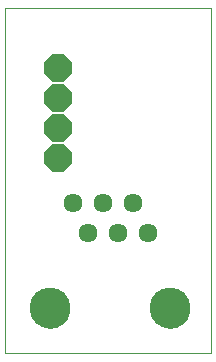
<source format=gbs>
G75*
G70*
%OFA0B0*%
%FSLAX24Y24*%
%IPPOS*%
%LPD*%
%AMOC8*
5,1,8,0,0,1.08239X$1,22.5*
%
%ADD10C,0.0000*%
%ADD11C,0.0634*%
%ADD12C,0.1360*%
%ADD13OC8,0.0930*%
D10*
X000100Y001704D02*
X000100Y013200D01*
X006970Y013200D01*
X006970Y001704D01*
X000100Y001704D01*
X000960Y003204D02*
X000962Y003254D01*
X000968Y003304D01*
X000978Y003353D01*
X000991Y003402D01*
X001009Y003449D01*
X001030Y003495D01*
X001054Y003538D01*
X001082Y003580D01*
X001113Y003620D01*
X001147Y003657D01*
X001184Y003691D01*
X001224Y003722D01*
X001266Y003750D01*
X001309Y003774D01*
X001355Y003795D01*
X001402Y003813D01*
X001451Y003826D01*
X001500Y003836D01*
X001550Y003842D01*
X001600Y003844D01*
X001650Y003842D01*
X001700Y003836D01*
X001749Y003826D01*
X001798Y003813D01*
X001845Y003795D01*
X001891Y003774D01*
X001934Y003750D01*
X001976Y003722D01*
X002016Y003691D01*
X002053Y003657D01*
X002087Y003620D01*
X002118Y003580D01*
X002146Y003538D01*
X002170Y003495D01*
X002191Y003449D01*
X002209Y003402D01*
X002222Y003353D01*
X002232Y003304D01*
X002238Y003254D01*
X002240Y003204D01*
X002238Y003154D01*
X002232Y003104D01*
X002222Y003055D01*
X002209Y003006D01*
X002191Y002959D01*
X002170Y002913D01*
X002146Y002870D01*
X002118Y002828D01*
X002087Y002788D01*
X002053Y002751D01*
X002016Y002717D01*
X001976Y002686D01*
X001934Y002658D01*
X001891Y002634D01*
X001845Y002613D01*
X001798Y002595D01*
X001749Y002582D01*
X001700Y002572D01*
X001650Y002566D01*
X001600Y002564D01*
X001550Y002566D01*
X001500Y002572D01*
X001451Y002582D01*
X001402Y002595D01*
X001355Y002613D01*
X001309Y002634D01*
X001266Y002658D01*
X001224Y002686D01*
X001184Y002717D01*
X001147Y002751D01*
X001113Y002788D01*
X001082Y002828D01*
X001054Y002870D01*
X001030Y002913D01*
X001009Y002959D01*
X000991Y003006D01*
X000978Y003055D01*
X000968Y003104D01*
X000962Y003154D01*
X000960Y003204D01*
X004960Y003204D02*
X004962Y003254D01*
X004968Y003304D01*
X004978Y003353D01*
X004991Y003402D01*
X005009Y003449D01*
X005030Y003495D01*
X005054Y003538D01*
X005082Y003580D01*
X005113Y003620D01*
X005147Y003657D01*
X005184Y003691D01*
X005224Y003722D01*
X005266Y003750D01*
X005309Y003774D01*
X005355Y003795D01*
X005402Y003813D01*
X005451Y003826D01*
X005500Y003836D01*
X005550Y003842D01*
X005600Y003844D01*
X005650Y003842D01*
X005700Y003836D01*
X005749Y003826D01*
X005798Y003813D01*
X005845Y003795D01*
X005891Y003774D01*
X005934Y003750D01*
X005976Y003722D01*
X006016Y003691D01*
X006053Y003657D01*
X006087Y003620D01*
X006118Y003580D01*
X006146Y003538D01*
X006170Y003495D01*
X006191Y003449D01*
X006209Y003402D01*
X006222Y003353D01*
X006232Y003304D01*
X006238Y003254D01*
X006240Y003204D01*
X006238Y003154D01*
X006232Y003104D01*
X006222Y003055D01*
X006209Y003006D01*
X006191Y002959D01*
X006170Y002913D01*
X006146Y002870D01*
X006118Y002828D01*
X006087Y002788D01*
X006053Y002751D01*
X006016Y002717D01*
X005976Y002686D01*
X005934Y002658D01*
X005891Y002634D01*
X005845Y002613D01*
X005798Y002595D01*
X005749Y002582D01*
X005700Y002572D01*
X005650Y002566D01*
X005600Y002564D01*
X005550Y002566D01*
X005500Y002572D01*
X005451Y002582D01*
X005402Y002595D01*
X005355Y002613D01*
X005309Y002634D01*
X005266Y002658D01*
X005224Y002686D01*
X005184Y002717D01*
X005147Y002751D01*
X005113Y002788D01*
X005082Y002828D01*
X005054Y002870D01*
X005030Y002913D01*
X005009Y002959D01*
X004991Y003006D01*
X004978Y003055D01*
X004968Y003104D01*
X004962Y003154D01*
X004960Y003204D01*
D11*
X004850Y005704D03*
X004350Y006704D03*
X003850Y005704D03*
X003350Y006704D03*
X002850Y005704D03*
X002350Y006704D03*
D12*
X001600Y003204D03*
X005600Y003204D03*
D13*
X001850Y008204D03*
X001850Y009204D03*
X001850Y010204D03*
X001850Y011204D03*
M02*

</source>
